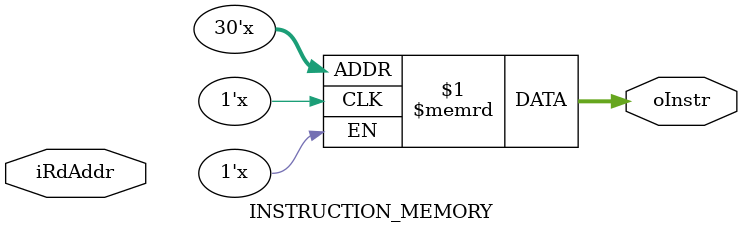
<source format=v>
module INSTRUCTION_MEMORY (
    input iRdAddr,
    output [31:0] oInstr
);
    // 500 instructions (will need to update based on autograder)
    // each instruction is 32 bits
    reg [31:0] memory [0:501];
    assign oInstr = memory[iRdAddr[31:2]]; // need to divide by 4
    
endmodule
</source>
